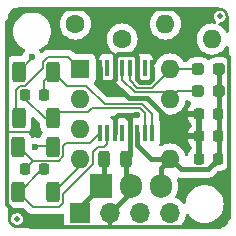
<source format=gtl>
G04 #@! TF.GenerationSoftware,KiCad,Pcbnew,(6.0.0-0)*
G04 #@! TF.CreationDate,2023-01-22T15:48:07+00:00*
G04 #@! TF.ProjectId,VR-Conditioner-MAX9926+reg,56522d43-6f6e-4646-9974-696f6e65722d,3.74*
G04 #@! TF.SameCoordinates,PX6a95280PY6f6d640*
G04 #@! TF.FileFunction,Copper,L1,Top*
G04 #@! TF.FilePolarity,Positive*
%FSLAX46Y46*%
G04 Gerber Fmt 4.6, Leading zero omitted, Abs format (unit mm)*
G04 Created by KiCad (PCBNEW (6.0.0-0)) date 2023-01-22 15:48:07*
%MOMM*%
%LPD*%
G01*
G04 APERTURE LIST*
G04 Aperture macros list*
%AMRoundRect*
0 Rectangle with rounded corners*
0 $1 Rounding radius*
0 $2 $3 $4 $5 $6 $7 $8 $9 X,Y pos of 4 corners*
0 Add a 4 corners polygon primitive as box body*
4,1,4,$2,$3,$4,$5,$6,$7,$8,$9,$2,$3,0*
0 Add four circle primitives for the rounded corners*
1,1,$1+$1,$2,$3*
1,1,$1+$1,$4,$5*
1,1,$1+$1,$6,$7*
1,1,$1+$1,$8,$9*
0 Add four rect primitives between the rounded corners*
20,1,$1+$1,$2,$3,$4,$5,0*
20,1,$1+$1,$4,$5,$6,$7,0*
20,1,$1+$1,$6,$7,$8,$9,0*
20,1,$1+$1,$8,$9,$2,$3,0*%
G04 Aperture macros list end*
G04 #@! TA.AperFunction,SMDPad,CuDef*
%ADD10RoundRect,0.218750X0.218750X0.256250X-0.218750X0.256250X-0.218750X-0.256250X0.218750X-0.256250X0*%
G04 #@! TD*
G04 #@! TA.AperFunction,SMDPad,CuDef*
%ADD11RoundRect,0.243750X-0.243750X-0.456250X0.243750X-0.456250X0.243750X0.456250X-0.243750X0.456250X0*%
G04 #@! TD*
G04 #@! TA.AperFunction,SMDPad,CuDef*
%ADD12RoundRect,0.250000X0.312500X0.625000X-0.312500X0.625000X-0.312500X-0.625000X0.312500X-0.625000X0*%
G04 #@! TD*
G04 #@! TA.AperFunction,SMDPad,CuDef*
%ADD13C,0.500000*%
G04 #@! TD*
G04 #@! TA.AperFunction,ComponentPad*
%ADD14R,1.600000X1.600000*%
G04 #@! TD*
G04 #@! TA.AperFunction,ComponentPad*
%ADD15O,1.600000X1.600000*%
G04 #@! TD*
G04 #@! TA.AperFunction,SMDPad,CuDef*
%ADD16RoundRect,0.237500X0.287500X0.237500X-0.287500X0.237500X-0.287500X-0.237500X0.287500X-0.237500X0*%
G04 #@! TD*
G04 #@! TA.AperFunction,SMDPad,CuDef*
%ADD17R,0.354800X1.454899*%
G04 #@! TD*
G04 #@! TA.AperFunction,ComponentPad*
%ADD18C,1.600000*%
G04 #@! TD*
G04 #@! TA.AperFunction,ComponentPad*
%ADD19R,1.905000X2.000000*%
G04 #@! TD*
G04 #@! TA.AperFunction,ComponentPad*
%ADD20O,1.905000X2.000000*%
G04 #@! TD*
G04 #@! TA.AperFunction,ComponentPad*
%ADD21R,1.700000X1.700000*%
G04 #@! TD*
G04 #@! TA.AperFunction,ComponentPad*
%ADD22O,1.700000X1.700000*%
G04 #@! TD*
G04 #@! TA.AperFunction,ViaPad*
%ADD23C,0.600000*%
G04 #@! TD*
G04 #@! TA.AperFunction,Conductor*
%ADD24C,0.300000*%
G04 #@! TD*
G04 #@! TA.AperFunction,Conductor*
%ADD25C,0.400000*%
G04 #@! TD*
G04 #@! TA.AperFunction,Conductor*
%ADD26C,0.160000*%
G04 #@! TD*
G04 #@! TA.AperFunction,Conductor*
%ADD27C,0.200000*%
G04 #@! TD*
G04 APERTURE END LIST*
D10*
G04 #@! TO.P,C1,1*
G04 #@! TO.N,VCC*
X21044000Y9144000D03*
G04 #@! TO.P,C1,2*
G04 #@! TO.N,GND*
X19469000Y9144000D03*
G04 #@! TD*
G04 #@! TO.P,C2,1*
G04 #@! TO.N,VCC*
X21044000Y11049000D03*
G04 #@! TO.P,C2,2*
G04 #@! TO.N,GND*
X19469000Y11049000D03*
G04 #@! TD*
G04 #@! TO.P,C3,1*
G04 #@! TO.N,VCC*
X21044000Y12954000D03*
G04 #@! TO.P,C3,2*
G04 #@! TO.N,GND*
X19469000Y12954000D03*
G04 #@! TD*
D11*
G04 #@! TO.P,C4,1*
G04 #@! TO.N,+12V*
X11381500Y9144000D03*
G04 #@! TO.P,C4,2*
G04 #@! TO.N,GND*
X13256500Y9144000D03*
G04 #@! TD*
D10*
G04 #@! TO.P,C10,1*
G04 #@! TO.N,Net-(C10-Pad1)*
X6312000Y14541500D03*
G04 #@! TO.P,C10,2*
G04 #@! TO.N,Net-(C10-Pad2)*
X4737000Y14541500D03*
G04 #@! TD*
G04 #@! TO.P,C20,1*
G04 #@! TO.N,Net-(C20-Pad1)*
X6312000Y8255000D03*
G04 #@! TO.P,C20,2*
G04 #@! TO.N,Net-(C20-Pad2)*
X4737000Y8255000D03*
G04 #@! TD*
D12*
G04 #@! TO.P,R22,2*
G04 #@! TO.N,Net-(C20-Pad2)*
X4157500Y10200000D03*
G04 #@! TO.P,R22,1*
G04 #@! TO.N,Net-(J3-Pad3)*
X7082500Y10200000D03*
G04 #@! TD*
G04 #@! TO.P,R21,1*
G04 #@! TO.N,Net-(J3-Pad4)*
X7082000Y6350000D03*
G04 #@! TO.P,R21,2*
G04 #@! TO.N,Net-(C20-Pad1)*
X4157000Y6350000D03*
G04 #@! TD*
G04 #@! TO.P,R11,1*
G04 #@! TO.N,Net-(C10-Pad2)*
X7114000Y12573000D03*
G04 #@! TO.P,R11,2*
G04 #@! TO.N,Net-(J3-Pad1)*
X4189000Y12573000D03*
G04 #@! TD*
D13*
G04 #@! TO.P,FID1,*
G04 #@! TO.N,*
X4064000Y4064000D03*
G04 #@! TD*
G04 #@! TO.P,FID2,*
G04 #@! TO.N,*
X21209000Y21209000D03*
G04 #@! TD*
D14*
G04 #@! TO.P,J3,1,Pin_1*
G04 #@! TO.N,Net-(J3-Pad1)*
X9398000Y16764000D03*
D15*
G04 #@! TO.P,J3,2,Pin_2*
G04 #@! TO.N,Net-(J3-Pad2)*
X9398000Y14224000D03*
G04 #@! TO.P,J3,3,Pin_3*
G04 #@! TO.N,Net-(J3-Pad3)*
X9398000Y11684000D03*
G04 #@! TO.P,J3,4,Pin_4*
G04 #@! TO.N,Net-(J3-Pad4)*
X9398000Y9144000D03*
G04 #@! TO.P,J3,5,Pin_5*
G04 #@! TO.N,VCC*
X17018000Y9144000D03*
G04 #@! TO.P,J3,6,Pin_6*
G04 #@! TO.N,GND*
X17018000Y11684000D03*
G04 #@! TO.P,J3,7,Pin_7*
G04 #@! TO.N,/COUT2*
X17018000Y14224000D03*
G04 #@! TO.P,J3,8,Pin_8*
G04 #@! TO.N,/COUT1*
X17018000Y16764000D03*
G04 #@! TD*
D16*
G04 #@! TO.P,R10,1*
G04 #@! TO.N,VCC*
X21131500Y16764000D03*
G04 #@! TO.P,R10,2*
G04 #@! TO.N,/COUT1*
X19381500Y16764000D03*
G04 #@! TD*
G04 #@! TO.P,R20,1*
G04 #@! TO.N,VCC*
X21131500Y14859000D03*
G04 #@! TO.P,R20,2*
G04 #@! TO.N,/COUT2*
X19381500Y14859000D03*
G04 #@! TD*
D17*
G04 #@! TO.P,U1,1,INT_THRS1*
G04 #@! TO.N,GND*
X15494000Y16818348D03*
G04 #@! TO.P,U1,2,EXT1*
G04 #@! TO.N,unconnected-(U1-Pad2)*
X14859000Y16818348D03*
G04 #@! TO.P,U1,3,BIAS1*
G04 #@! TO.N,GND*
X14224000Y16818348D03*
G04 #@! TO.P,U1,4,COUT1*
G04 #@! TO.N,/COUT1*
X13589000Y16818348D03*
G04 #@! TO.P,U1,5,COUT2*
G04 #@! TO.N,/COUT2*
X12954000Y16818348D03*
G04 #@! TO.P,U1,6,BIAS2*
G04 #@! TO.N,GND*
X12319000Y16818348D03*
G04 #@! TO.P,U1,7,EXT2*
G04 #@! TO.N,unconnected-(U1-Pad7)*
X11684000Y16818348D03*
G04 #@! TO.P,U1,8,INT_THRS2*
G04 #@! TO.N,GND*
X11049000Y16818348D03*
G04 #@! TO.P,U1,9,IN2+*
G04 #@! TO.N,Net-(C20-Pad2)*
X11049000Y11375652D03*
G04 #@! TO.P,U1,10,IN2-*
G04 #@! TO.N,Net-(C20-Pad1)*
X11684000Y11375652D03*
G04 #@! TO.P,U1,11,GND*
G04 #@! TO.N,GND*
X12319000Y11375652D03*
G04 #@! TO.P,U1,12,DIRN*
G04 #@! TO.N,unconnected-(U1-Pad12)*
X12954000Y11375652D03*
G04 #@! TO.P,U1,13,ZERO_EN*
G04 #@! TO.N,GND*
X13589000Y11375652D03*
G04 #@! TO.P,U1,14,VCC*
G04 #@! TO.N,VCC*
X14224000Y11375652D03*
G04 #@! TO.P,U1,15,IN1-*
G04 #@! TO.N,Net-(C10-Pad2)*
X14859000Y11375652D03*
G04 #@! TO.P,U1,16,IN1+*
G04 #@! TO.N,Net-(C10-Pad1)*
X15494000Y11375652D03*
G04 #@! TD*
D15*
G04 #@! TO.P,R13,2*
G04 #@! TO.N,Net-(J3-Pad2)*
X16610000Y20574000D03*
D18*
G04 #@! TO.P,R13,1*
G04 #@! TO.N,Net-(J3-Pad1)*
X8990000Y20574000D03*
G04 #@! TD*
G04 #@! TO.P,R23,1*
G04 #@! TO.N,Net-(J3-Pad3)*
X12954000Y19304000D03*
D15*
G04 #@! TO.P,R23,2*
G04 #@! TO.N,Net-(J3-Pad4)*
X20574000Y19304000D03*
G04 #@! TD*
D19*
G04 #@! TO.P,U2,1,IN*
G04 #@! TO.N,+12V*
X11176000Y6858000D03*
D20*
G04 #@! TO.P,U2,2,GND*
G04 #@! TO.N,GND*
X13716000Y6858000D03*
G04 #@! TO.P,U2,3,OUT*
G04 #@! TO.N,VCC*
X16256000Y6858000D03*
G04 #@! TD*
D12*
G04 #@! TO.P,R12,1*
G04 #@! TO.N,Net-(C10-Pad1)*
X7114000Y16510000D03*
G04 #@! TO.P,R12,2*
G04 #@! TO.N,Net-(J3-Pad2)*
X4189000Y16510000D03*
G04 #@! TD*
D21*
G04 #@! TO.P,J2,1,Pin_1*
G04 #@! TO.N,+12V*
X9398000Y4572000D03*
D22*
G04 #@! TO.P,J2,2,Pin_2*
G04 #@! TO.N,GND*
X11938000Y4572000D03*
G04 #@! TO.P,J2,3,Pin_3*
G04 #@! TO.N,/COUT2*
X14478000Y4572000D03*
G04 #@! TO.P,J2,4,Pin_4*
G04 #@! TO.N,/COUT1*
X17018000Y4572000D03*
G04 #@! TD*
D23*
G04 #@! TO.N,GND*
X5461000Y4064000D03*
X19939000Y21209000D03*
X21209000Y7874000D03*
X5423010Y11392010D03*
X7239000Y21209000D03*
X14224000Y12827000D03*
G04 #@! TO.N,Net-(J3-Pad2)*
X5334000Y17780000D03*
G04 #@! TO.N,Net-(J3-Pad3)*
X5588000Y10160000D03*
G04 #@! TD*
D24*
G04 #@! TO.N,GND*
X4572000Y4826000D02*
X3683000Y4826000D01*
X3683000Y4826000D02*
X3244980Y5264020D01*
X3244980Y5264020D02*
X3244980Y20770980D01*
X3244980Y20770980D02*
X3429000Y20955000D01*
D25*
X19381500Y11049000D02*
X19381500Y12954000D01*
X19381500Y11049000D02*
X19381500Y9144000D01*
D24*
X13589000Y12192000D02*
X13589000Y11375652D01*
D25*
X11049000Y16818348D02*
X11049000Y15875000D01*
X13716000Y6350000D02*
X11938000Y4572000D01*
X13256500Y7317500D02*
X13716000Y6858000D01*
X11176000Y15748000D02*
X11303000Y15691388D01*
X12066477Y15691388D02*
X12319000Y15943911D01*
D24*
X22006020Y4162520D02*
X22006020Y6949980D01*
X21209000Y7874000D02*
X21971000Y7874000D01*
X11938000Y4572000D02*
X11938000Y3429000D01*
X22006020Y17744980D02*
X21590000Y18161000D01*
X6604000Y21844000D02*
X7239000Y21209000D01*
D26*
X3276490Y11392010D02*
X5423010Y11392010D01*
D24*
X21971000Y7874000D02*
X22006020Y7909020D01*
D25*
X13589000Y9476500D02*
X13256500Y9144000D01*
D24*
X11740511Y3372489D02*
X21215989Y3372489D01*
D25*
X13589000Y11375652D02*
X13589000Y9476500D01*
X12319000Y17780000D02*
X12319000Y16818348D01*
X15041410Y14285550D02*
X13527450Y14285550D01*
D24*
X21215989Y3372489D02*
X22006020Y4162520D01*
X22006020Y16855980D02*
X22006020Y17744980D01*
D25*
X15494000Y15945388D02*
X15240000Y15691388D01*
X15494000Y16818348D02*
X15494000Y15945388D01*
D24*
X3276490Y20802490D02*
X4318000Y21844000D01*
D25*
X11303000Y15691388D02*
X12066477Y15691388D01*
X13256500Y9144000D02*
X13256500Y7444500D01*
X11232612Y15691388D02*
X11303000Y15691388D01*
D24*
X22006020Y7909020D02*
X22006020Y16855980D01*
X4572000Y4826000D02*
X4826000Y4572000D01*
D25*
X13589000Y12444523D02*
X13589000Y11375652D01*
X12319000Y12573000D02*
X12319000Y11375652D01*
D24*
X5136511Y3372489D02*
X11740511Y3372489D01*
D25*
X12573000Y18034000D02*
X13970000Y18034000D01*
D24*
X17081500Y11684000D02*
X17081500Y12255500D01*
X4318000Y21844000D02*
X6604000Y21844000D01*
X4826000Y4572000D02*
X4826000Y3683000D01*
D25*
X17081500Y11684000D02*
X17081500Y12245460D01*
X13206523Y12827000D02*
X13589000Y12444523D01*
X14224000Y17780000D02*
X14224000Y16818348D01*
X14224000Y15945388D02*
X14224000Y16818348D01*
X17081500Y11684000D02*
X17716500Y11049000D01*
X12066477Y15691388D02*
X12121612Y15691388D01*
X17716500Y11049000D02*
X19381500Y11049000D01*
D24*
X22006020Y6949980D02*
X22006020Y7909020D01*
D25*
X17081500Y12245460D02*
X15041410Y14285550D01*
D24*
X7239000Y21209000D02*
X7874000Y21844000D01*
D25*
X14478000Y15691388D02*
X14224000Y15945388D01*
X12319000Y15943911D02*
X12319000Y16818348D01*
D24*
X7874000Y21844000D02*
X19304000Y21844000D01*
D25*
X15240000Y15691388D02*
X14478000Y15691388D01*
X12319000Y17780000D02*
X12573000Y18034000D01*
X12573000Y12827000D02*
X14224000Y12827000D01*
X13970000Y18034000D02*
X14224000Y17780000D01*
D24*
X4826000Y3683000D02*
X5136511Y3372489D01*
D25*
X13716000Y6858000D02*
X13716000Y6350000D01*
D24*
X22006020Y16855980D02*
X22006020Y17244651D01*
D25*
X12573000Y12827000D02*
X12319000Y12573000D01*
X11049000Y15875000D02*
X11176000Y15748000D01*
X13256500Y9144000D02*
X13256500Y7317500D01*
D24*
X19304000Y21844000D02*
X19939000Y21209000D01*
D25*
X12121612Y15691388D02*
X13527450Y14285550D01*
G04 #@! TO.N,VCC*
X21131500Y14859000D02*
X21131500Y12954000D01*
X21131500Y16764000D02*
X21131500Y14859000D01*
X15386781Y9144000D02*
X14224000Y10306781D01*
X17081500Y9144000D02*
X15386781Y9144000D01*
X21131500Y12954000D02*
X21131500Y9144000D01*
X16256000Y6858000D02*
X16256000Y8382000D01*
X20256490Y8268990D02*
X17956510Y8268990D01*
X14224000Y10306781D02*
X14224000Y11375652D01*
X21131500Y9144000D02*
X20256490Y8268990D01*
X17956510Y8268990D02*
X17081500Y9144000D01*
X16256000Y8382000D02*
X17018000Y9144000D01*
D27*
G04 #@! TO.N,Net-(C10-Pad2)*
X10076489Y13124489D02*
X7665489Y13124489D01*
X4737000Y14541500D02*
X4737000Y14255994D01*
X7665489Y13124489D02*
X7114000Y12573000D01*
X4737000Y14255994D02*
X6419994Y12573000D01*
X14472327Y13426511D02*
X14859000Y13039838D01*
X10378511Y13426511D02*
X14472327Y13426511D01*
X10378511Y13426511D02*
X10076489Y13124489D01*
X6419994Y12573000D02*
X7114000Y12573000D01*
X14859000Y13039838D02*
X14859000Y11375652D01*
G04 #@! TO.N,Net-(C10-Pad1)*
X9918822Y15335480D02*
X11468271Y13786031D01*
X6312000Y15708000D02*
X7114000Y16510000D01*
X7114000Y16508000D02*
X8286520Y15335480D01*
X7114000Y16510000D02*
X7114000Y16508000D01*
X15494000Y11375652D02*
X15494000Y12913276D01*
X6312000Y14541500D02*
X6312000Y15708000D01*
X15494000Y12913276D02*
X14621245Y13786031D01*
X8286520Y15335480D02*
X9918822Y15335480D01*
X14621245Y13786031D02*
X11468271Y13786031D01*
G04 #@! TO.N,Net-(C20-Pad2)*
X4983750Y9428750D02*
X5003730Y9428750D01*
X7976020Y10262020D02*
X8236480Y10522480D01*
X5438240Y8994240D02*
X7599378Y8994240D01*
X8236480Y10522480D02*
X10195828Y10522480D01*
X4189000Y10223500D02*
X4983750Y9428750D01*
X5438240Y8994240D02*
X4737000Y8293000D01*
X10195828Y10522480D02*
X11049000Y11375652D01*
X5003730Y9428750D02*
X5438240Y8994240D01*
X7976020Y9370882D02*
X7976020Y10262020D01*
X7599378Y8994240D02*
X7976020Y9370882D01*
X4737000Y8293000D02*
X4737000Y8255000D01*
G04 #@! TO.N,Net-(C20-Pad1)*
X7976020Y5433882D02*
X7622138Y5080000D01*
X6157500Y8255000D02*
X4189000Y6286500D01*
X5395500Y5080000D02*
X4189000Y6286500D01*
X7976020Y6167076D02*
X7976020Y5433882D01*
X10497511Y9735511D02*
X10497511Y8688567D01*
X11395797Y10160000D02*
X10929201Y10160000D01*
X7622138Y5080000D02*
X5395500Y5080000D01*
X6312000Y8255000D02*
X6157500Y8255000D01*
X11684000Y10448203D02*
X11395797Y10160000D01*
X10929201Y10160000D02*
X10497511Y9728310D01*
X6312000Y8255000D02*
X6251980Y8194980D01*
X11684000Y11375652D02*
X11684000Y10448203D01*
X10497511Y8688567D02*
X7976020Y6167076D01*
G04 #@! TO.N,Net-(J3-Pad1)*
X3999980Y12762020D02*
X3999980Y15012424D01*
X6251980Y17362618D02*
X6669362Y17780000D01*
X3999980Y15012424D02*
X4323036Y15335480D01*
X4729118Y15335480D02*
X6251980Y16858342D01*
X8382000Y17780000D02*
X9398000Y16764000D01*
X4323036Y15335480D02*
X4729118Y15335480D01*
X6251980Y16858342D02*
X6251980Y17362618D01*
X6669362Y17780000D02*
X8382000Y17780000D01*
X4189000Y12573000D02*
X3999980Y12762020D01*
G04 #@! TO.N,Net-(J3-Pad2)*
X5334000Y17780000D02*
X5334000Y17655000D01*
X5334000Y17655000D02*
X4189000Y16510000D01*
G04 #@! TO.N,Net-(J3-Pad3)*
X5651500Y10223500D02*
X5588000Y10160000D01*
X7114000Y10223500D02*
X5651500Y10223500D01*
G04 #@! TO.N,Net-(J3-Pad4)*
X9461500Y8634000D02*
X9461500Y9144000D01*
X7114000Y6286500D02*
X9461500Y8634000D01*
G04 #@! TO.N,/COUT1*
X19381500Y16764000D02*
X17081500Y16764000D01*
X13589000Y16818348D02*
X13589000Y15803573D01*
X15502090Y15184590D02*
X17081500Y16764000D01*
X14207983Y15184590D02*
X15502090Y15184590D01*
X13589000Y15803573D02*
X14207983Y15184590D01*
G04 #@! TO.N,/COUT2*
X19381500Y14859000D02*
X17716500Y14859000D01*
X17716500Y14859000D02*
X17081500Y14224000D01*
X12954000Y15873567D02*
X14042497Y14785070D01*
X14042497Y14785070D02*
X16520430Y14785070D01*
X12954000Y16818348D02*
X12954000Y15873567D01*
X16520430Y14785070D02*
X17081500Y14224000D01*
D25*
G04 #@! TO.N,+12V*
X11381500Y7063500D02*
X11176000Y6858000D01*
X9398000Y4572000D02*
X9398000Y5080000D01*
X11381500Y9144000D02*
X11381500Y7063500D01*
X9398000Y5080000D02*
X11176000Y6858000D01*
G04 #@! TD*
G04 #@! TA.AperFunction,Conductor*
G04 #@! TO.N,GND*
G36*
X3494115Y5049926D02*
G01*
X3515528Y5036727D01*
X3515533Y5036725D01*
X3521762Y5032885D01*
X3586845Y5011298D01*
X3683111Y4979368D01*
X3683113Y4979368D01*
X3689639Y4977203D01*
X3696475Y4976503D01*
X3696478Y4976502D01*
X3736584Y4972393D01*
X3794100Y4966500D01*
X4519900Y4966500D01*
X4576692Y4972393D01*
X4646512Y4959529D01*
X4678790Y4936161D01*
X4931185Y4683766D01*
X4942052Y4671375D01*
X4961513Y4646013D01*
X4968063Y4640987D01*
X4993421Y4621529D01*
X4993437Y4621515D01*
X5025024Y4597278D01*
X5088624Y4548476D01*
X5236649Y4487162D01*
X5395500Y4466249D01*
X5427199Y4470422D01*
X5443644Y4471500D01*
X7574002Y4471500D01*
X7590445Y4470422D01*
X7622138Y4466250D01*
X7630327Y4467328D01*
X7662012Y4471499D01*
X7662022Y4471500D01*
X7662023Y4471500D01*
X7761595Y4484609D01*
X7772802Y4486084D01*
X7772804Y4486085D01*
X7780989Y4487162D01*
X7855750Y4518129D01*
X7865282Y4522077D01*
X7935872Y4529666D01*
X7999359Y4497886D01*
X8035586Y4436828D01*
X8039500Y4405668D01*
X8039500Y3673866D01*
X8046255Y3611684D01*
X8078772Y3524944D01*
X8097385Y3475295D01*
X8094711Y3474292D01*
X8106770Y3419150D01*
X8082032Y3352602D01*
X8025243Y3309993D01*
X7981081Y3302000D01*
X4113328Y3302000D01*
X4093943Y3303500D01*
X4079142Y3305805D01*
X4079139Y3305805D01*
X4070270Y3307186D01*
X4059272Y3305748D01*
X4030589Y3305291D01*
X3927693Y3315425D01*
X3903469Y3320244D01*
X3784267Y3356404D01*
X3761447Y3365856D01*
X3651600Y3424570D01*
X3631062Y3438293D01*
X3534777Y3517312D01*
X3517312Y3534777D01*
X3438293Y3631062D01*
X3424570Y3651600D01*
X3365856Y3761447D01*
X3356404Y3784267D01*
X3320244Y3903469D01*
X3315425Y3927695D01*
X3305956Y4023834D01*
X3306408Y4039876D01*
X3305695Y4039885D01*
X3305805Y4048858D01*
X3307186Y4057730D01*
X3305737Y4068816D01*
X3305559Y4070177D01*
X3558391Y4070177D01*
X3559555Y4061275D01*
X3559555Y4061272D01*
X3563568Y4030588D01*
X3576980Y3928021D01*
X3634720Y3796797D01*
X3640497Y3789924D01*
X3640498Y3789923D01*
X3647792Y3781246D01*
X3726970Y3687052D01*
X3846313Y3607610D01*
X3983157Y3564858D01*
X3992129Y3564694D01*
X3992132Y3564693D01*
X4057463Y3563496D01*
X4126499Y3562230D01*
X4135533Y3564693D01*
X4256158Y3597579D01*
X4256160Y3597580D01*
X4264817Y3599940D01*
X4386991Y3674955D01*
X4396254Y3685188D01*
X4474208Y3771312D01*
X4483200Y3781246D01*
X4538984Y3896384D01*
X4541795Y3902186D01*
X4541795Y3902187D01*
X4545710Y3910267D01*
X4569496Y4051646D01*
X4569647Y4064000D01*
X4561473Y4121076D01*
X4550596Y4197032D01*
X4550595Y4197035D01*
X4549323Y4205918D01*
X4489984Y4336428D01*
X4430323Y4405668D01*
X4402260Y4438237D01*
X4402257Y4438240D01*
X4396400Y4445037D01*
X4276095Y4523015D01*
X4138739Y4564093D01*
X4129763Y4564148D01*
X4129762Y4564148D01*
X4069555Y4564516D01*
X3995376Y4564969D01*
X3857529Y4525572D01*
X3736280Y4449070D01*
X3641377Y4341612D01*
X3580447Y4211837D01*
X3579066Y4202965D01*
X3559787Y4079142D01*
X3558391Y4070177D01*
X3305559Y4070177D01*
X3303064Y4089251D01*
X3302000Y4105589D01*
X3302000Y4942666D01*
X3322002Y5010787D01*
X3375658Y5057280D01*
X3445932Y5067384D01*
X3494115Y5049926D01*
G37*
G04 #@! TD.AperFunction*
G04 #@! TA.AperFunction,Conductor*
G36*
X21888929Y8381344D02*
G01*
X21945802Y8338847D01*
X21970671Y8272349D01*
X21971000Y8263250D01*
X21971000Y4113328D01*
X21969500Y4093943D01*
X21968002Y4084320D01*
X21965814Y4070270D01*
X21967252Y4059272D01*
X21967709Y4030588D01*
X21957575Y3927695D01*
X21952756Y3903469D01*
X21916596Y3784267D01*
X21907144Y3761447D01*
X21848430Y3651600D01*
X21834707Y3631062D01*
X21755688Y3534777D01*
X21738223Y3517312D01*
X21641938Y3438293D01*
X21621400Y3424570D01*
X21511553Y3365856D01*
X21488733Y3356404D01*
X21369531Y3320244D01*
X21345307Y3315425D01*
X21249163Y3305956D01*
X21233124Y3306408D01*
X21233115Y3305695D01*
X21224142Y3305805D01*
X21215270Y3307186D01*
X21206368Y3306022D01*
X21206365Y3306022D01*
X21183749Y3303064D01*
X21167411Y3302000D01*
X17970680Y3302000D01*
X17902559Y3322002D01*
X17856066Y3375658D01*
X17845962Y3445932D01*
X17875456Y3510512D01*
X17890189Y3523911D01*
X17889702Y3524487D01*
X17893657Y3527829D01*
X17897860Y3530827D01*
X17928942Y3561800D01*
X18042152Y3674616D01*
X18056096Y3688511D01*
X18059989Y3693928D01*
X18183435Y3865723D01*
X18186453Y3869923D01*
X18199995Y3897322D01*
X18283136Y4065547D01*
X18283137Y4065549D01*
X18285430Y4070189D01*
X18350370Y4283931D01*
X18356206Y4328254D01*
X18360293Y4359300D01*
X18365048Y4395421D01*
X18393770Y4460348D01*
X18453036Y4499439D01*
X18524027Y4500284D01*
X18584206Y4462614D01*
X18597402Y4444809D01*
X18631083Y4389847D01*
X18631090Y4389838D01*
X18633672Y4385624D01*
X18798102Y4193102D01*
X18990624Y4028672D01*
X19206498Y3896384D01*
X19211068Y3894491D01*
X19211072Y3894489D01*
X19435836Y3801389D01*
X19440409Y3799495D01*
X19480280Y3789923D01*
X19681784Y3741546D01*
X19681790Y3741545D01*
X19686597Y3740391D01*
X19786416Y3732535D01*
X19873345Y3725693D01*
X19873352Y3725693D01*
X19875801Y3725500D01*
X20002199Y3725500D01*
X20004648Y3725693D01*
X20004655Y3725693D01*
X20091584Y3732535D01*
X20191403Y3740391D01*
X20196210Y3741545D01*
X20196216Y3741546D01*
X20397720Y3789923D01*
X20437591Y3799495D01*
X20442164Y3801389D01*
X20666928Y3894489D01*
X20666932Y3894491D01*
X20671502Y3896384D01*
X20887376Y4028672D01*
X21079898Y4193102D01*
X21244328Y4385624D01*
X21376616Y4601498D01*
X21384908Y4621515D01*
X21471611Y4830836D01*
X21471612Y4830838D01*
X21473505Y4835409D01*
X21507378Y4976502D01*
X21531454Y5076784D01*
X21531455Y5076790D01*
X21532609Y5081597D01*
X21552474Y5334000D01*
X21532609Y5586403D01*
X21505365Y5699886D01*
X21474660Y5827779D01*
X21473505Y5832591D01*
X21458747Y5868221D01*
X21378511Y6061928D01*
X21378509Y6061932D01*
X21376616Y6066502D01*
X21244328Y6282376D01*
X21079898Y6474898D01*
X20887376Y6639328D01*
X20671502Y6771616D01*
X20666932Y6773509D01*
X20666928Y6773511D01*
X20442164Y6866611D01*
X20442162Y6866612D01*
X20437591Y6868505D01*
X20352968Y6888821D01*
X20196216Y6926454D01*
X20196210Y6926455D01*
X20191403Y6927609D01*
X20091584Y6935465D01*
X20004655Y6942307D01*
X20004648Y6942307D01*
X20002199Y6942500D01*
X19875801Y6942500D01*
X19873352Y6942307D01*
X19873345Y6942307D01*
X19786416Y6935465D01*
X19686597Y6927609D01*
X19681790Y6926455D01*
X19681784Y6926454D01*
X19525032Y6888821D01*
X19440409Y6868505D01*
X19435838Y6866612D01*
X19435836Y6866611D01*
X19211072Y6773511D01*
X19211068Y6773509D01*
X19206498Y6771616D01*
X18990624Y6639328D01*
X18798102Y6474898D01*
X18633672Y6282376D01*
X18501384Y6066502D01*
X18499491Y6061932D01*
X18499489Y6061928D01*
X18419253Y5868221D01*
X18404495Y5832591D01*
X18403340Y5827779D01*
X18372636Y5699886D01*
X18345391Y5586403D01*
X18334949Y5453727D01*
X18309663Y5387386D01*
X18252525Y5345246D01*
X18181675Y5340687D01*
X18119608Y5375156D01*
X18103544Y5395175D01*
X18100823Y5399381D01*
X18098014Y5403723D01*
X17947670Y5568949D01*
X17943619Y5572148D01*
X17943615Y5572152D01*
X17776414Y5704200D01*
X17776410Y5704202D01*
X17772359Y5707402D01*
X17739747Y5725405D01*
X17699388Y5747684D01*
X17576789Y5815362D01*
X17571920Y5817086D01*
X17571916Y5817088D01*
X17544981Y5826626D01*
X17487444Y5868221D01*
X17461529Y5934318D01*
X17475463Y6003934D01*
X17482953Y6016403D01*
X17527770Y6082102D01*
X17527775Y6082110D01*
X17530686Y6086378D01*
X17540746Y6108049D01*
X17629658Y6299595D01*
X17629659Y6299599D01*
X17631837Y6304290D01*
X17696040Y6535798D01*
X17717000Y6731928D01*
X17717000Y6966402D01*
X17715548Y6984072D01*
X17702746Y7139776D01*
X17702322Y7144937D01*
X17643794Y7377944D01*
X17641736Y7382677D01*
X17641732Y7382689D01*
X17631348Y7406570D01*
X17622529Y7477017D01*
X17653196Y7541049D01*
X17713613Y7578335D01*
X17776128Y7578835D01*
X17779019Y7577708D01*
X17786552Y7576716D01*
X17786553Y7576716D01*
X17806806Y7574050D01*
X17842371Y7569368D01*
X17848869Y7568338D01*
X17911696Y7556694D01*
X17919276Y7557131D01*
X17919277Y7557131D01*
X17973902Y7560281D01*
X17981156Y7560490D01*
X20227578Y7560490D01*
X20236148Y7560198D01*
X20286266Y7556781D01*
X20286270Y7556781D01*
X20293842Y7556265D01*
X20301319Y7557570D01*
X20301320Y7557570D01*
X20327798Y7562191D01*
X20356793Y7567252D01*
X20363311Y7568213D01*
X20426732Y7575888D01*
X20433833Y7578571D01*
X20436442Y7579212D01*
X20452752Y7583675D01*
X20455288Y7584440D01*
X20462774Y7585747D01*
X20521290Y7611434D01*
X20527394Y7613925D01*
X20580038Y7633817D01*
X20580039Y7633818D01*
X20587146Y7636503D01*
X20593409Y7640807D01*
X20595775Y7642044D01*
X20610587Y7650289D01*
X20612841Y7651622D01*
X20619795Y7654675D01*
X20670492Y7693577D01*
X20675822Y7697449D01*
X20722210Y7729329D01*
X20722215Y7729334D01*
X20728471Y7733633D01*
X20769926Y7780161D01*
X20774906Y7785436D01*
X21113065Y8123595D01*
X21175377Y8157621D01*
X21202160Y8160500D01*
X21311072Y8160500D01*
X21314318Y8160837D01*
X21314322Y8160837D01*
X21348103Y8164342D01*
X21412482Y8171022D01*
X21573349Y8224692D01*
X21717555Y8313929D01*
X21755828Y8352268D01*
X21818109Y8386347D01*
X21888929Y8381344D01*
G37*
G04 #@! TD.AperFunction*
G04 #@! TA.AperFunction,Conductor*
G36*
X18530925Y14129472D02*
G01*
X18628497Y14032071D01*
X18634727Y14028231D01*
X18634728Y14028230D01*
X18749976Y13957190D01*
X18797469Y13904418D01*
X18808893Y13834346D01*
X18780619Y13769222D01*
X18773033Y13760913D01*
X18681206Y13668925D01*
X18672190Y13657509D01*
X18590947Y13525709D01*
X18584803Y13512532D01*
X18535921Y13365157D01*
X18533055Y13351790D01*
X18523828Y13261730D01*
X18523500Y13255315D01*
X18523500Y13226115D01*
X18527975Y13210876D01*
X18529365Y13209671D01*
X18537048Y13208000D01*
X19597000Y13208000D01*
X19665121Y13187998D01*
X19711614Y13134342D01*
X19723000Y13082000D01*
X19723000Y9103490D01*
X19702998Y9035369D01*
X19649342Y8988876D01*
X19597000Y8977490D01*
X19341000Y8977490D01*
X19272879Y8997492D01*
X19226386Y9051148D01*
X19215000Y9103490D01*
X19215000Y10776885D01*
X19210525Y10792124D01*
X19209135Y10793329D01*
X19201452Y10795000D01*
X18541615Y10795000D01*
X18526376Y10790525D01*
X18525171Y10789135D01*
X18523500Y10781452D01*
X18523500Y10747734D01*
X18523837Y10741218D01*
X18533304Y10649979D01*
X18536197Y10636583D01*
X18585330Y10489313D01*
X18591504Y10476134D01*
X18672970Y10344486D01*
X18682006Y10333085D01*
X18791580Y10223702D01*
X18802991Y10214690D01*
X18820818Y10203701D01*
X18868310Y10150927D01*
X18879732Y10080856D01*
X18851457Y10015732D01*
X18821003Y9989297D01*
X18801980Y9977525D01*
X18790585Y9968494D01*
X18681202Y9858920D01*
X18672190Y9847509D01*
X18590947Y9715709D01*
X18584803Y9702532D01*
X18535921Y9555157D01*
X18533055Y9541789D01*
X18529007Y9502277D01*
X18502166Y9436550D01*
X18444051Y9395768D01*
X18373114Y9392879D01*
X18311875Y9428800D01*
X18281957Y9482507D01*
X18253710Y9587925D01*
X18253706Y9587936D01*
X18252284Y9593243D01*
X18201322Y9702532D01*
X18157849Y9795762D01*
X18157846Y9795767D01*
X18155523Y9800749D01*
X18043552Y9960660D01*
X18027357Y9983789D01*
X18027355Y9983792D01*
X18024198Y9988300D01*
X17862300Y10150198D01*
X17857792Y10153355D01*
X17857789Y10153357D01*
X17765275Y10218136D01*
X17674749Y10281523D01*
X17669767Y10283846D01*
X17669762Y10283849D01*
X17472225Y10375961D01*
X17472224Y10375961D01*
X17467243Y10378284D01*
X17461935Y10379706D01*
X17461933Y10379707D01*
X17251402Y10436119D01*
X17251400Y10436119D01*
X17246087Y10437543D01*
X17018000Y10457498D01*
X16789913Y10437543D01*
X16784600Y10436119D01*
X16784598Y10436119D01*
X16574067Y10379707D01*
X16574065Y10379706D01*
X16568757Y10378284D01*
X16563776Y10375961D01*
X16563775Y10375961D01*
X16366238Y10283849D01*
X16366233Y10283846D01*
X16361251Y10281523D01*
X16356744Y10278367D01*
X16356742Y10278366D01*
X16306203Y10242978D01*
X16238929Y10220290D01*
X16170068Y10237575D01*
X16121484Y10289345D01*
X16108602Y10359163D01*
X16121634Y10400989D01*
X16122015Y10401498D01*
X16173145Y10537887D01*
X16179900Y10600069D01*
X16179900Y11321115D01*
X18523500Y11321115D01*
X18527975Y11305876D01*
X18529365Y11304671D01*
X18537048Y11303000D01*
X19196885Y11303000D01*
X19212124Y11307475D01*
X19213329Y11308865D01*
X19215000Y11316548D01*
X19215000Y12681885D01*
X19210525Y12697124D01*
X19209135Y12698329D01*
X19201452Y12700000D01*
X18541615Y12700000D01*
X18526376Y12695525D01*
X18525171Y12694135D01*
X18523500Y12686452D01*
X18523500Y12652734D01*
X18523837Y12646218D01*
X18533304Y12554979D01*
X18536197Y12541583D01*
X18585330Y12394313D01*
X18591504Y12381134D01*
X18672970Y12249486D01*
X18682006Y12238085D01*
X18791580Y12128702D01*
X18802991Y12119690D01*
X18820818Y12108701D01*
X18868310Y12055927D01*
X18879732Y11985856D01*
X18851457Y11920732D01*
X18821003Y11894297D01*
X18801980Y11882525D01*
X18790585Y11873494D01*
X18681202Y11763920D01*
X18672190Y11752509D01*
X18590947Y11620709D01*
X18584803Y11607532D01*
X18535921Y11460157D01*
X18533055Y11446790D01*
X18523828Y11356730D01*
X18523500Y11350315D01*
X18523500Y11321115D01*
X16179900Y11321115D01*
X16179900Y12151235D01*
X16173145Y12213417D01*
X16122015Y12349806D01*
X16117722Y12355535D01*
X16102500Y12415035D01*
X16102500Y12865140D01*
X16103578Y12881586D01*
X16106672Y12905088D01*
X16107750Y12913276D01*
X16102500Y12953156D01*
X16102500Y12953161D01*
X16097875Y12988293D01*
X16094269Y13015686D01*
X16105209Y13085834D01*
X16152337Y13138933D01*
X16220691Y13158122D01*
X16291462Y13135344D01*
X16361251Y13086477D01*
X16366233Y13084154D01*
X16366238Y13084151D01*
X16563775Y12992039D01*
X16568757Y12989716D01*
X16574065Y12988294D01*
X16574067Y12988293D01*
X16784598Y12931881D01*
X16784600Y12931881D01*
X16789913Y12930457D01*
X17018000Y12910502D01*
X17246087Y12930457D01*
X17251400Y12931881D01*
X17251402Y12931881D01*
X17461933Y12988293D01*
X17461935Y12988294D01*
X17467243Y12989716D01*
X17472225Y12992039D01*
X17669762Y13084151D01*
X17669767Y13084154D01*
X17674749Y13086477D01*
X17819736Y13187998D01*
X17857789Y13214643D01*
X17857792Y13214645D01*
X17862300Y13217802D01*
X18024198Y13379700D01*
X18028185Y13385393D01*
X18117208Y13512532D01*
X18155523Y13567251D01*
X18157846Y13572233D01*
X18157849Y13572238D01*
X18249961Y13769775D01*
X18249961Y13769776D01*
X18252284Y13774757D01*
X18282166Y13886275D01*
X18310119Y13990598D01*
X18310120Y13990603D01*
X18311543Y13995913D01*
X18312022Y14001389D01*
X18312023Y14001394D01*
X18316387Y14051280D01*
X18342250Y14117399D01*
X18399754Y14159038D01*
X18470641Y14162979D01*
X18530925Y14129472D01*
G37*
G04 #@! TD.AperFunction*
G04 #@! TA.AperFunction,Conductor*
G36*
X5468512Y12663479D02*
G01*
X5475092Y12657354D01*
X5717410Y12415035D01*
X5955678Y12176767D01*
X5966543Y12164378D01*
X5986007Y12139013D01*
X5992553Y12133990D01*
X5992556Y12133987D01*
X5993703Y12133107D01*
X5994426Y12132117D01*
X5998398Y12128145D01*
X5997779Y12127526D01*
X6035571Y12075770D01*
X6043000Y12033144D01*
X6043000Y11897600D01*
X6043337Y11894354D01*
X6043337Y11894350D01*
X6045418Y11874298D01*
X6053974Y11791834D01*
X6056155Y11785298D01*
X6056155Y11785296D01*
X6066425Y11754514D01*
X6109950Y11624054D01*
X6198519Y11480928D01*
X6203022Y11473652D01*
X6201154Y11472496D01*
X6223756Y11416654D01*
X6210584Y11346890D01*
X6187546Y11315183D01*
X6170695Y11298303D01*
X6166855Y11292073D01*
X6166854Y11292072D01*
X6131525Y11234757D01*
X6077885Y11147738D01*
X6050083Y11063916D01*
X6028275Y10998169D01*
X5987844Y10939809D01*
X5922280Y10912572D01*
X5866415Y10919137D01*
X5780425Y10949757D01*
X5780420Y10949758D01*
X5773790Y10952119D01*
X5766802Y10952952D01*
X5766799Y10952953D01*
X5643698Y10967632D01*
X5593680Y10973596D01*
X5586677Y10972860D01*
X5586676Y10972860D01*
X5420288Y10955372D01*
X5420286Y10955371D01*
X5413288Y10954636D01*
X5365447Y10938350D01*
X5294518Y10935332D01*
X5233214Y10971142D01*
X5205320Y11017752D01*
X5163868Y11141998D01*
X5161550Y11148946D01*
X5068478Y11299348D01*
X5070346Y11300504D01*
X5047744Y11356346D01*
X5060916Y11426110D01*
X5083955Y11457818D01*
X5095634Y11469517D01*
X5100805Y11474697D01*
X5193615Y11625262D01*
X5249297Y11793139D01*
X5260000Y11897600D01*
X5260000Y12568255D01*
X5280002Y12636376D01*
X5333658Y12682869D01*
X5403932Y12692973D01*
X5468512Y12663479D01*
G37*
G04 #@! TD.AperFunction*
G04 #@! TA.AperFunction,Conductor*
G36*
X13877971Y12798009D02*
G01*
X13924464Y12744353D01*
X13934568Y12674079D01*
X13905074Y12609499D01*
X13854079Y12574029D01*
X13808305Y12556869D01*
X13808304Y12556868D01*
X13799895Y12553716D01*
X13683339Y12466362D01*
X13678037Y12459287D01*
X13615783Y12425293D01*
X13544968Y12430358D01*
X13499971Y12459276D01*
X13494661Y12466362D01*
X13378105Y12553716D01*
X13369696Y12556868D01*
X13369695Y12556869D01*
X13323921Y12574029D01*
X13267156Y12616670D01*
X13242456Y12683232D01*
X13257663Y12752581D01*
X13307949Y12802699D01*
X13368150Y12818011D01*
X13809850Y12818011D01*
X13877971Y12798009D01*
G37*
G04 #@! TD.AperFunction*
G04 #@! TA.AperFunction,Conductor*
G36*
X12607971Y12798009D02*
G01*
X12654464Y12744353D01*
X12664568Y12674079D01*
X12635074Y12609499D01*
X12584079Y12574029D01*
X12538305Y12556869D01*
X12538304Y12556868D01*
X12529895Y12553716D01*
X12413339Y12466362D01*
X12408037Y12459287D01*
X12345783Y12425293D01*
X12274968Y12430358D01*
X12229971Y12459276D01*
X12224661Y12466362D01*
X12108105Y12553716D01*
X12099696Y12556868D01*
X12099695Y12556869D01*
X12053921Y12574029D01*
X11997156Y12616670D01*
X11972456Y12683232D01*
X11987663Y12752581D01*
X12037949Y12802699D01*
X12098150Y12818011D01*
X12539850Y12818011D01*
X12607971Y12798009D01*
G37*
G04 #@! TD.AperFunction*
G04 #@! TA.AperFunction,Conductor*
G36*
X8389473Y21950998D02*
G01*
X8435966Y21897342D01*
X8446070Y21827068D01*
X8416576Y21762488D01*
X8374601Y21730805D01*
X8338242Y21713851D01*
X8338236Y21713847D01*
X8333251Y21711523D01*
X8233874Y21641938D01*
X8150211Y21583357D01*
X8150208Y21583355D01*
X8145700Y21580198D01*
X7983802Y21418300D01*
X7980645Y21413792D01*
X7980643Y21413789D01*
X7940765Y21356837D01*
X7852477Y21230749D01*
X7850154Y21225767D01*
X7850151Y21225762D01*
X7770649Y21055267D01*
X7755716Y21023243D01*
X7754294Y21017935D01*
X7754293Y21017933D01*
X7699986Y20815259D01*
X7696457Y20802087D01*
X7676502Y20574000D01*
X7696457Y20345913D01*
X7697881Y20340600D01*
X7697881Y20340598D01*
X7749408Y20148300D01*
X7755716Y20124757D01*
X7758039Y20119776D01*
X7758039Y20119775D01*
X7850151Y19922238D01*
X7850154Y19922233D01*
X7852477Y19917251D01*
X7901016Y19847930D01*
X7963829Y19758225D01*
X7983802Y19729700D01*
X8145700Y19567802D01*
X8150208Y19564645D01*
X8150211Y19564643D01*
X8196706Y19532087D01*
X8333251Y19436477D01*
X8338233Y19434154D01*
X8338238Y19434151D01*
X8535775Y19342039D01*
X8540757Y19339716D01*
X8546065Y19338294D01*
X8546067Y19338293D01*
X8756598Y19281881D01*
X8756600Y19281881D01*
X8761913Y19280457D01*
X8990000Y19260502D01*
X9218087Y19280457D01*
X9223400Y19281881D01*
X9223402Y19281881D01*
X9433933Y19338293D01*
X9433935Y19338294D01*
X9439243Y19339716D01*
X9444225Y19342039D01*
X9641762Y19434151D01*
X9641767Y19434154D01*
X9646749Y19436477D01*
X9783294Y19532087D01*
X9829789Y19564643D01*
X9829792Y19564645D01*
X9834300Y19567802D01*
X9996198Y19729700D01*
X10016172Y19758225D01*
X10078984Y19847930D01*
X10127523Y19917251D01*
X10129846Y19922233D01*
X10129849Y19922238D01*
X10221961Y20119775D01*
X10221961Y20119776D01*
X10224284Y20124757D01*
X10230593Y20148300D01*
X10282119Y20340598D01*
X10282119Y20340600D01*
X10283543Y20345913D01*
X10303498Y20574000D01*
X10283543Y20802087D01*
X10280014Y20815259D01*
X10225707Y21017933D01*
X10225706Y21017935D01*
X10224284Y21023243D01*
X10209351Y21055267D01*
X10129849Y21225762D01*
X10129846Y21225767D01*
X10127523Y21230749D01*
X10039235Y21356837D01*
X9999357Y21413789D01*
X9999355Y21413792D01*
X9996198Y21418300D01*
X9834300Y21580198D01*
X9829792Y21583355D01*
X9829789Y21583357D01*
X9746126Y21641938D01*
X9646749Y21711523D01*
X9641764Y21713847D01*
X9641758Y21713851D01*
X9605399Y21730805D01*
X9552113Y21777722D01*
X9532652Y21845999D01*
X9553193Y21913959D01*
X9607216Y21960025D01*
X9658648Y21971000D01*
X15941352Y21971000D01*
X16009473Y21950998D01*
X16055966Y21897342D01*
X16066070Y21827068D01*
X16036576Y21762488D01*
X15994601Y21730805D01*
X15958242Y21713851D01*
X15958236Y21713847D01*
X15953251Y21711523D01*
X15853874Y21641938D01*
X15770211Y21583357D01*
X15770208Y21583355D01*
X15765700Y21580198D01*
X15603802Y21418300D01*
X15600645Y21413792D01*
X15600643Y21413789D01*
X15560765Y21356837D01*
X15472477Y21230749D01*
X15470154Y21225767D01*
X15470151Y21225762D01*
X15390649Y21055267D01*
X15375716Y21023243D01*
X15374294Y21017935D01*
X15374293Y21017933D01*
X15319986Y20815259D01*
X15316457Y20802087D01*
X15296502Y20574000D01*
X15316457Y20345913D01*
X15317881Y20340600D01*
X15317881Y20340598D01*
X15369408Y20148300D01*
X15375716Y20124757D01*
X15378039Y20119776D01*
X15378039Y20119775D01*
X15470151Y19922238D01*
X15470154Y19922233D01*
X15472477Y19917251D01*
X15521016Y19847930D01*
X15583829Y19758225D01*
X15603802Y19729700D01*
X15765700Y19567802D01*
X15770208Y19564645D01*
X15770211Y19564643D01*
X15816706Y19532087D01*
X15953251Y19436477D01*
X15958233Y19434154D01*
X15958238Y19434151D01*
X16155775Y19342039D01*
X16160757Y19339716D01*
X16166065Y19338294D01*
X16166067Y19338293D01*
X16376598Y19281881D01*
X16376600Y19281881D01*
X16381913Y19280457D01*
X16610000Y19260502D01*
X16838087Y19280457D01*
X16843400Y19281881D01*
X16843402Y19281881D01*
X17053933Y19338293D01*
X17053935Y19338294D01*
X17059243Y19339716D01*
X17064225Y19342039D01*
X17261762Y19434151D01*
X17261767Y19434154D01*
X17266749Y19436477D01*
X17403294Y19532087D01*
X17449789Y19564643D01*
X17449792Y19564645D01*
X17454300Y19567802D01*
X17616198Y19729700D01*
X17636172Y19758225D01*
X17698984Y19847930D01*
X17747523Y19917251D01*
X17749846Y19922233D01*
X17749849Y19922238D01*
X17841961Y20119775D01*
X17841961Y20119776D01*
X17844284Y20124757D01*
X17850593Y20148300D01*
X17902119Y20340598D01*
X17902119Y20340600D01*
X17903543Y20345913D01*
X17923498Y20574000D01*
X17903543Y20802087D01*
X17900014Y20815259D01*
X17845707Y21017933D01*
X17845706Y21017935D01*
X17844284Y21023243D01*
X17829351Y21055267D01*
X17749849Y21225762D01*
X17749846Y21225767D01*
X17747523Y21230749D01*
X17659235Y21356837D01*
X17619357Y21413789D01*
X17619355Y21413792D01*
X17616198Y21418300D01*
X17454300Y21580198D01*
X17449792Y21583355D01*
X17449789Y21583357D01*
X17366126Y21641938D01*
X17266749Y21711523D01*
X17261764Y21713847D01*
X17261758Y21713851D01*
X17225399Y21730805D01*
X17172113Y21777722D01*
X17152652Y21845999D01*
X17173193Y21913959D01*
X17227216Y21960025D01*
X17278648Y21971000D01*
X21159672Y21971000D01*
X21179057Y21969500D01*
X21193858Y21967195D01*
X21193861Y21967195D01*
X21202730Y21965814D01*
X21213728Y21967252D01*
X21242411Y21967709D01*
X21345307Y21957575D01*
X21369531Y21952756D01*
X21488733Y21916596D01*
X21511553Y21907144D01*
X21621400Y21848430D01*
X21641938Y21834707D01*
X21738223Y21755688D01*
X21755688Y21738223D01*
X21834707Y21641938D01*
X21848430Y21621400D01*
X21907144Y21511553D01*
X21916596Y21488733D01*
X21952756Y21369531D01*
X21957575Y21345305D01*
X21967044Y21249166D01*
X21966592Y21233124D01*
X21967305Y21233115D01*
X21967195Y21224142D01*
X21965814Y21215270D01*
X21966978Y21206368D01*
X21966978Y21206365D01*
X21969936Y21183749D01*
X21971000Y21167411D01*
X21971000Y19972648D01*
X21950998Y19904527D01*
X21897342Y19858034D01*
X21827068Y19847930D01*
X21762488Y19877424D01*
X21730805Y19919399D01*
X21713851Y19955758D01*
X21713847Y19955764D01*
X21711523Y19960749D01*
X21638098Y20065611D01*
X21583357Y20143789D01*
X21583355Y20143792D01*
X21580198Y20148300D01*
X21418300Y20310198D01*
X21413792Y20313355D01*
X21413789Y20313357D01*
X21335611Y20368098D01*
X21230749Y20441523D01*
X21225761Y20443849D01*
X21225758Y20443851D01*
X21174359Y20467818D01*
X21121074Y20514734D01*
X21101612Y20583012D01*
X21122153Y20650972D01*
X21176176Y20697038D01*
X21229917Y20707992D01*
X21245261Y20707711D01*
X21271499Y20707230D01*
X21280163Y20709592D01*
X21401158Y20742579D01*
X21401160Y20742580D01*
X21409817Y20744940D01*
X21531991Y20819955D01*
X21628200Y20926246D01*
X21690710Y21055267D01*
X21714496Y21196646D01*
X21714647Y21209000D01*
X21694323Y21350918D01*
X21634984Y21481428D01*
X21591879Y21531454D01*
X21547260Y21583237D01*
X21547257Y21583240D01*
X21541400Y21590037D01*
X21421095Y21668015D01*
X21283739Y21709093D01*
X21274763Y21709148D01*
X21274762Y21709148D01*
X21214555Y21709516D01*
X21140376Y21709969D01*
X21002529Y21670572D01*
X20881280Y21594070D01*
X20875338Y21587342D01*
X20875337Y21587341D01*
X20871713Y21583237D01*
X20786377Y21486612D01*
X20725447Y21356837D01*
X20724066Y21347965D01*
X20705816Y21230749D01*
X20703391Y21215177D01*
X20704555Y21206275D01*
X20704555Y21206272D01*
X20709374Y21169423D01*
X20721980Y21073021D01*
X20779720Y20941797D01*
X20785497Y20934924D01*
X20785498Y20934923D01*
X20792792Y20926246D01*
X20871970Y20832052D01*
X20879447Y20827075D01*
X20886135Y20821095D01*
X20884808Y20819611D01*
X20923035Y20774030D01*
X20932004Y20703603D01*
X20901474Y20639506D01*
X20841136Y20602090D01*
X20796611Y20598022D01*
X20574000Y20617498D01*
X20345913Y20597543D01*
X20340600Y20596119D01*
X20340598Y20596119D01*
X20130067Y20539707D01*
X20130065Y20539706D01*
X20124757Y20538284D01*
X20119776Y20535961D01*
X20119775Y20535961D01*
X19922238Y20443849D01*
X19922233Y20443846D01*
X19917251Y20441523D01*
X19812389Y20368098D01*
X19734211Y20313357D01*
X19734208Y20313355D01*
X19729700Y20310198D01*
X19567802Y20148300D01*
X19564645Y20143792D01*
X19564643Y20143789D01*
X19509902Y20065611D01*
X19436477Y19960749D01*
X19434154Y19955767D01*
X19434151Y19955762D01*
X19383869Y19847930D01*
X19339716Y19753243D01*
X19338294Y19747935D01*
X19338293Y19747933D01*
X19332363Y19725803D01*
X19280457Y19532087D01*
X19260502Y19304000D01*
X19280457Y19075913D01*
X19281881Y19070600D01*
X19281881Y19070598D01*
X19304318Y18986865D01*
X19339716Y18854757D01*
X19342039Y18849776D01*
X19342039Y18849775D01*
X19434151Y18652238D01*
X19434154Y18652233D01*
X19436477Y18647251D01*
X19447793Y18631090D01*
X19552196Y18481988D01*
X19567802Y18459700D01*
X19729700Y18297802D01*
X19734208Y18294645D01*
X19734211Y18294643D01*
X19812389Y18239902D01*
X19917251Y18166477D01*
X19922233Y18164154D01*
X19922238Y18164151D01*
X20119578Y18072131D01*
X20124757Y18069716D01*
X20130065Y18068294D01*
X20130067Y18068293D01*
X20340598Y18011881D01*
X20340600Y18011881D01*
X20345913Y18010457D01*
X20574000Y17990502D01*
X20802087Y18010457D01*
X20807400Y18011881D01*
X20807402Y18011881D01*
X21017933Y18068293D01*
X21017935Y18068294D01*
X21023243Y18069716D01*
X21028422Y18072131D01*
X21225762Y18164151D01*
X21225767Y18164154D01*
X21230749Y18166477D01*
X21335611Y18239902D01*
X21413789Y18294643D01*
X21413792Y18294645D01*
X21418300Y18297802D01*
X21580198Y18459700D01*
X21595805Y18481988D01*
X21700207Y18631090D01*
X21711523Y18647251D01*
X21713847Y18652236D01*
X21713851Y18652242D01*
X21730805Y18688601D01*
X21777722Y18741887D01*
X21845999Y18761348D01*
X21913959Y18740807D01*
X21960025Y18686784D01*
X21971000Y18635352D01*
X21971000Y17763294D01*
X21950998Y17695173D01*
X21897342Y17648680D01*
X21827068Y17638576D01*
X21778884Y17656034D01*
X21742650Y17678369D01*
X21742648Y17678370D01*
X21736420Y17682209D01*
X21571309Y17736974D01*
X21564473Y17737674D01*
X21564470Y17737675D01*
X21512974Y17742951D01*
X21468572Y17747500D01*
X20794428Y17747500D01*
X20791182Y17747163D01*
X20791178Y17747163D01*
X20697265Y17737419D01*
X20697261Y17737418D01*
X20690407Y17736707D01*
X20683871Y17734526D01*
X20683869Y17734526D01*
X20565914Y17695173D01*
X20525393Y17681654D01*
X20472108Y17648680D01*
X20384990Y17594770D01*
X20377469Y17590116D01*
X20345621Y17558213D01*
X20283341Y17524134D01*
X20212521Y17529137D01*
X20167433Y17558057D01*
X20139684Y17585757D01*
X20134503Y17590929D01*
X20124122Y17597328D01*
X19992650Y17678369D01*
X19992648Y17678370D01*
X19986420Y17682209D01*
X19821309Y17736974D01*
X19814473Y17737674D01*
X19814470Y17737675D01*
X19762974Y17742951D01*
X19718572Y17747500D01*
X19044428Y17747500D01*
X19041182Y17747163D01*
X19041178Y17747163D01*
X18947265Y17737419D01*
X18947261Y17737418D01*
X18940407Y17736707D01*
X18933871Y17734526D01*
X18933869Y17734526D01*
X18815914Y17695173D01*
X18775393Y17681654D01*
X18627469Y17590116D01*
X18622296Y17584934D01*
X18509742Y17472184D01*
X18509738Y17472179D01*
X18504571Y17467003D01*
X18500729Y17460771D01*
X18500728Y17460769D01*
X18483230Y17432383D01*
X18430457Y17384890D01*
X18375971Y17372500D01*
X18254899Y17372500D01*
X18186778Y17392502D01*
X18151686Y17426229D01*
X18027357Y17603789D01*
X18027355Y17603792D01*
X18024198Y17608300D01*
X17862300Y17770198D01*
X17857792Y17773355D01*
X17857789Y17773357D01*
X17722640Y17867989D01*
X17674749Y17901523D01*
X17669767Y17903846D01*
X17669762Y17903849D01*
X17472225Y17995961D01*
X17472224Y17995961D01*
X17467243Y17998284D01*
X17461935Y17999706D01*
X17461933Y17999707D01*
X17251402Y18056119D01*
X17251400Y18056119D01*
X17246087Y18057543D01*
X17018000Y18077498D01*
X16789913Y18057543D01*
X16784600Y18056119D01*
X16784598Y18056119D01*
X16574067Y17999707D01*
X16574065Y17999706D01*
X16568757Y17998284D01*
X16563776Y17995961D01*
X16563775Y17995961D01*
X16366238Y17903849D01*
X16366233Y17903846D01*
X16361251Y17901523D01*
X16313360Y17867989D01*
X16178211Y17773357D01*
X16178208Y17773355D01*
X16173700Y17770198D01*
X16011802Y17608300D01*
X16008645Y17603792D01*
X16008643Y17603789D01*
X15999348Y17590514D01*
X15880477Y17420749D01*
X15809926Y17269450D01*
X15785095Y17216200D01*
X15738178Y17162915D01*
X15669901Y17143454D01*
X15601941Y17163996D01*
X15555875Y17218018D01*
X15544900Y17269450D01*
X15544900Y17593931D01*
X15538145Y17656113D01*
X15487015Y17792502D01*
X15399661Y17909058D01*
X15283105Y17996412D01*
X15146716Y18047542D01*
X15084534Y18054297D01*
X14633466Y18054297D01*
X14571284Y18047542D01*
X14434895Y17996412D01*
X14318339Y17909058D01*
X14313037Y17901983D01*
X14250783Y17867989D01*
X14179968Y17873054D01*
X14134971Y17901972D01*
X14129661Y17909058D01*
X14013105Y17996412D01*
X13876716Y18047542D01*
X13832684Y18052325D01*
X13767123Y18079566D01*
X13726696Y18137929D01*
X13724240Y18208883D01*
X13760535Y18269901D01*
X13774019Y18280800D01*
X13783299Y18287298D01*
X13798300Y18297802D01*
X13960198Y18459700D01*
X13975805Y18481988D01*
X14080207Y18631090D01*
X14091523Y18647251D01*
X14093846Y18652233D01*
X14093849Y18652238D01*
X14185961Y18849775D01*
X14185961Y18849776D01*
X14188284Y18854757D01*
X14223683Y18986865D01*
X14246119Y19070598D01*
X14246119Y19070600D01*
X14247543Y19075913D01*
X14267498Y19304000D01*
X14247543Y19532087D01*
X14195637Y19725803D01*
X14189707Y19747933D01*
X14189706Y19747935D01*
X14188284Y19753243D01*
X14144131Y19847930D01*
X14093849Y19955762D01*
X14093846Y19955767D01*
X14091523Y19960749D01*
X14018098Y20065611D01*
X13963357Y20143789D01*
X13963355Y20143792D01*
X13960198Y20148300D01*
X13798300Y20310198D01*
X13793792Y20313355D01*
X13793789Y20313357D01*
X13715611Y20368098D01*
X13610749Y20441523D01*
X13605767Y20443846D01*
X13605762Y20443849D01*
X13408225Y20535961D01*
X13408224Y20535961D01*
X13403243Y20538284D01*
X13397935Y20539706D01*
X13397933Y20539707D01*
X13187402Y20596119D01*
X13187400Y20596119D01*
X13182087Y20597543D01*
X12954000Y20617498D01*
X12725913Y20597543D01*
X12720600Y20596119D01*
X12720598Y20596119D01*
X12510067Y20539707D01*
X12510065Y20539706D01*
X12504757Y20538284D01*
X12499776Y20535961D01*
X12499775Y20535961D01*
X12302238Y20443849D01*
X12302233Y20443846D01*
X12297251Y20441523D01*
X12192389Y20368098D01*
X12114211Y20313357D01*
X12114208Y20313355D01*
X12109700Y20310198D01*
X11947802Y20148300D01*
X11944645Y20143792D01*
X11944643Y20143789D01*
X11889902Y20065611D01*
X11816477Y19960749D01*
X11814154Y19955767D01*
X11814151Y19955762D01*
X11763869Y19847930D01*
X11719716Y19753243D01*
X11718294Y19747935D01*
X11718293Y19747933D01*
X11712363Y19725803D01*
X11660457Y19532087D01*
X11640502Y19304000D01*
X11660457Y19075913D01*
X11661881Y19070600D01*
X11661881Y19070598D01*
X11684318Y18986865D01*
X11719716Y18854757D01*
X11722039Y18849776D01*
X11722039Y18849775D01*
X11814151Y18652238D01*
X11814154Y18652233D01*
X11816477Y18647251D01*
X11827793Y18631090D01*
X11932196Y18481988D01*
X11947802Y18459700D01*
X12109700Y18297802D01*
X12114208Y18294645D01*
X12114211Y18294643D01*
X12223797Y18217910D01*
X12259591Y18173130D01*
X12286590Y18171184D01*
X12297128Y18166216D01*
X12297250Y18166477D01*
X12390117Y18123173D01*
X12443403Y18076256D01*
X12462864Y18007979D01*
X12442323Y17940019D01*
X12425963Y17919883D01*
X12420519Y17914439D01*
X12413339Y17909058D01*
X12408037Y17901983D01*
X12345783Y17867989D01*
X12274968Y17873054D01*
X12229971Y17901972D01*
X12224661Y17909058D01*
X12166926Y17952328D01*
X12134902Y17995157D01*
X12107297Y17996715D01*
X11971716Y18047542D01*
X11909534Y18054297D01*
X11458466Y18054297D01*
X11396284Y18047542D01*
X11259895Y17996412D01*
X11143339Y17909058D01*
X11055985Y17792502D01*
X11004855Y17656113D01*
X10998100Y17593931D01*
X10998100Y16042765D01*
X11004855Y15980583D01*
X11055985Y15844194D01*
X11143339Y15727638D01*
X11259895Y15640284D01*
X11396284Y15589154D01*
X11458466Y15582399D01*
X11909534Y15582399D01*
X11971716Y15589154D01*
X12108105Y15640284D01*
X12194874Y15705314D01*
X12261380Y15730162D01*
X12330763Y15715109D01*
X12380993Y15664935D01*
X12386848Y15652705D01*
X12419314Y15574323D01*
X12419317Y15574319D01*
X12422476Y15566691D01*
X12427503Y15560140D01*
X12427504Y15560138D01*
X12495520Y15471498D01*
X12495526Y15471492D01*
X12520013Y15439580D01*
X12526568Y15434550D01*
X12545379Y15420115D01*
X12557770Y15409248D01*
X13357392Y14609626D01*
X13391418Y14547314D01*
X13386353Y14476499D01*
X13343806Y14419663D01*
X13277286Y14394852D01*
X13268297Y14394531D01*
X11772510Y14394531D01*
X11704389Y14414533D01*
X11683415Y14431436D01*
X10618308Y15496543D01*
X10584282Y15558855D01*
X10589347Y15629670D01*
X10606576Y15661202D01*
X10643230Y15710109D01*
X10643232Y15710112D01*
X10648615Y15717295D01*
X10699745Y15853684D01*
X10706500Y15915866D01*
X10706500Y17612134D01*
X10699745Y17674316D01*
X10648615Y17810705D01*
X10561261Y17927261D01*
X10444705Y18014615D01*
X10308316Y18065745D01*
X10246134Y18072500D01*
X9002239Y18072500D01*
X8934118Y18092502D01*
X8913144Y18109405D01*
X8846315Y18176234D01*
X8835448Y18188625D01*
X8821013Y18207437D01*
X8815987Y18213987D01*
X8784075Y18238474D01*
X8784072Y18238477D01*
X8728916Y18280800D01*
X8695429Y18306496D01*
X8695427Y18306497D01*
X8688876Y18311524D01*
X8540851Y18372838D01*
X8532664Y18373916D01*
X8532663Y18373916D01*
X8521458Y18375391D01*
X8490262Y18379498D01*
X8421885Y18388500D01*
X8421882Y18388500D01*
X8421874Y18388501D01*
X8390189Y18392672D01*
X8382000Y18393750D01*
X8350307Y18389578D01*
X8333864Y18388500D01*
X6717498Y18388500D01*
X6701052Y18389578D01*
X6677550Y18392672D01*
X6669362Y18393750D01*
X6661174Y18392672D01*
X6629491Y18388501D01*
X6629482Y18388500D01*
X6629477Y18388500D01*
X6510512Y18372838D01*
X6362487Y18311524D01*
X6362485Y18311523D01*
X6362486Y18311523D01*
X6267290Y18238477D01*
X6267287Y18238474D01*
X6235375Y18213987D01*
X6230349Y18207437D01*
X6230346Y18207434D01*
X6225159Y18200674D01*
X6167821Y18158808D01*
X6096950Y18154587D01*
X6035047Y18189353D01*
X6018344Y18210611D01*
X5975363Y18279396D01*
X5975362Y18279398D01*
X5971626Y18285376D01*
X5968675Y18288347D01*
X5942465Y18353109D01*
X5955637Y18422873D01*
X6004436Y18474440D01*
X6019630Y18481969D01*
X6061928Y18499489D01*
X6061932Y18499491D01*
X6066502Y18501384D01*
X6282376Y18633672D01*
X6474898Y18798102D01*
X6639328Y18990624D01*
X6771616Y19206498D01*
X6793986Y19260502D01*
X6866611Y19435836D01*
X6866612Y19435838D01*
X6868505Y19440409D01*
X6927609Y19686597D01*
X6947474Y19939000D01*
X6927609Y20191403D01*
X6868505Y20437591D01*
X6855985Y20467818D01*
X6773511Y20666928D01*
X6773509Y20666932D01*
X6771616Y20671502D01*
X6639328Y20887376D01*
X6474898Y21079898D01*
X6282376Y21244328D01*
X6066502Y21376616D01*
X6061932Y21378509D01*
X6061928Y21378511D01*
X5837164Y21471611D01*
X5837162Y21471612D01*
X5832591Y21473505D01*
X5747968Y21493821D01*
X5591216Y21531454D01*
X5591210Y21531455D01*
X5586403Y21532609D01*
X5486584Y21540465D01*
X5399655Y21547307D01*
X5399648Y21547307D01*
X5397199Y21547500D01*
X5270801Y21547500D01*
X5268352Y21547307D01*
X5268345Y21547307D01*
X5181416Y21540465D01*
X5081597Y21532609D01*
X5076790Y21531455D01*
X5076784Y21531454D01*
X4920032Y21493821D01*
X4835409Y21473505D01*
X4830838Y21471612D01*
X4830836Y21471611D01*
X4606072Y21378511D01*
X4606068Y21378509D01*
X4601498Y21376616D01*
X4385624Y21244328D01*
X4193102Y21079898D01*
X4028672Y20887376D01*
X3896384Y20671502D01*
X3894491Y20666932D01*
X3894489Y20666928D01*
X3812015Y20467818D01*
X3799495Y20437591D01*
X3740391Y20191403D01*
X3720526Y19939000D01*
X3740391Y19686597D01*
X3799495Y19440409D01*
X3801388Y19435838D01*
X3801389Y19435836D01*
X3874015Y19260502D01*
X3896384Y19206498D01*
X4028672Y18990624D01*
X4193102Y18798102D01*
X4385624Y18633672D01*
X4601498Y18501384D01*
X4606068Y18499491D01*
X4606072Y18499489D01*
X4648324Y18481988D01*
X4703605Y18437440D01*
X4726026Y18370076D01*
X4708468Y18301285D01*
X4703637Y18294370D01*
X4703493Y18294229D01*
X4605235Y18141762D01*
X4602826Y18135142D01*
X4602824Y18135139D01*
X4579891Y18072131D01*
X4550372Y17991026D01*
X4545050Y17976405D01*
X4502956Y17919234D01*
X4436635Y17893896D01*
X4426649Y17893500D01*
X3826100Y17893500D01*
X3822854Y17893163D01*
X3822850Y17893163D01*
X3727192Y17883238D01*
X3727188Y17883237D01*
X3720334Y17882526D01*
X3713798Y17880345D01*
X3713796Y17880345D01*
X3676761Y17867989D01*
X3552554Y17826550D01*
X3513362Y17802297D01*
X3494303Y17790503D01*
X3425851Y17771665D01*
X3358082Y17792826D01*
X3312510Y17847267D01*
X3302000Y17897647D01*
X3302000Y21159672D01*
X3303500Y21179057D01*
X3305805Y21193858D01*
X3305805Y21193861D01*
X3307186Y21202730D01*
X3305748Y21213728D01*
X3305291Y21242412D01*
X3315425Y21345305D01*
X3320244Y21369531D01*
X3356404Y21488733D01*
X3365856Y21511553D01*
X3424570Y21621400D01*
X3438293Y21641938D01*
X3517312Y21738223D01*
X3534777Y21755688D01*
X3631062Y21834707D01*
X3651600Y21848430D01*
X3761447Y21907144D01*
X3784267Y21916596D01*
X3903469Y21952756D01*
X3927693Y21957575D01*
X4023837Y21967044D01*
X4039876Y21966592D01*
X4039885Y21967305D01*
X4048858Y21967195D01*
X4057730Y21965814D01*
X4066632Y21966978D01*
X4066635Y21966978D01*
X4089251Y21969936D01*
X4105589Y21971000D01*
X8321352Y21971000D01*
X8389473Y21950998D01*
G37*
G04 #@! TD.AperFunction*
G04 #@! TD*
M02*

</source>
